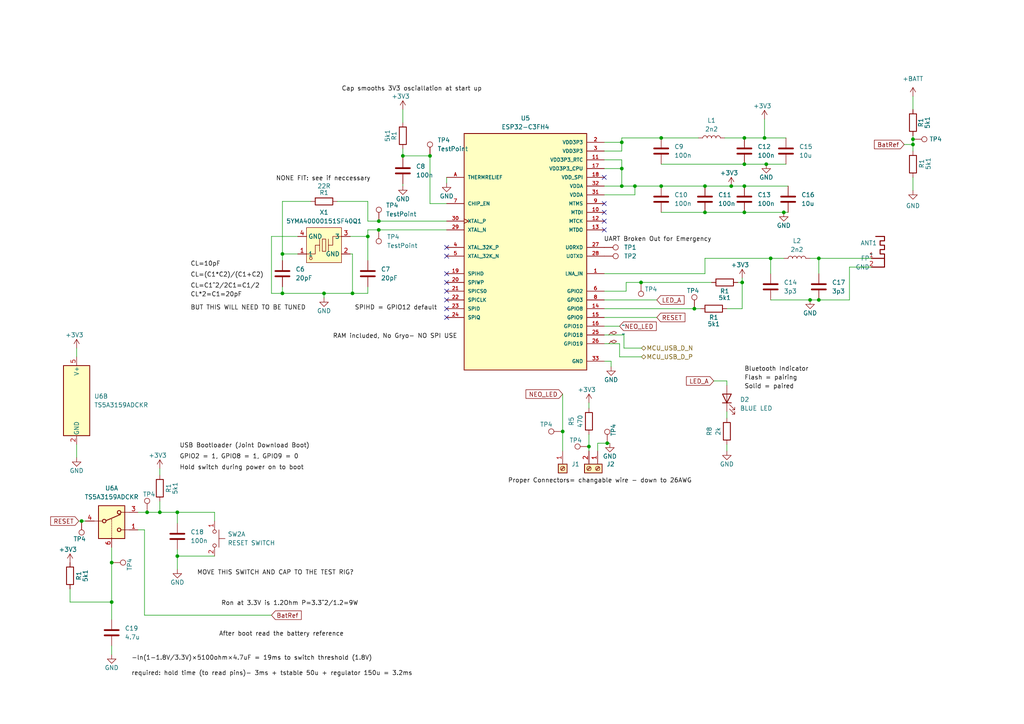
<source format=kicad_sch>
(kicad_sch (version 20230121) (generator eeschema)
  (paper "A4")
  (title_block (title "BLEEarrings (Blade Runner)") (date "2023-10-30") (rev "00.00") (company "Kitty and Dom"))
  (lib_symbols
    (symbol "Analog_Switch:TS5A3159ADCKR" (pin_names (offset 0.127))
      (property "Reference" "U" (at -3.175 4.699 0))
      (property "Value" "TS5A3159ADCKR" (at -3.175 2.921 0))
      (symbol "TS5A3159ADCKR_1_1"
        (rectangle (start -3.81 1.905) (end 3.81 -7.62) (stroke (width 0.254)) (fill (type background)))
        (circle (center -2.159 -2.54) (radius 0.508) (stroke (width 0.254)))
        (polyline (pts (xy -5.08 -2.54) (xy -2.794 -2.54)))
        (polyline (pts (xy -1.651 -2.413) (xy 2.54 -0.635)) (stroke (width 0.254)))
        (polyline (pts (xy 0 -7.62) (xy 0 -7.112)))
        (polyline (pts (xy 0 -6.858) (xy 0 -6.604)))
        (polyline (pts (xy 0 -6.35) (xy 0 -6.096)))
        (polyline (pts (xy 0 -5.842) (xy 0 -5.588)))
        (polyline (pts (xy 0 -5.334) (xy 0 -5.08)))
        (polyline (pts (xy 0 -4.826) (xy 0 -4.572)))
        (polyline (pts (xy 0 -4.318) (xy 0 -4.064)))
        (polyline (pts (xy 0 -3.81) (xy 0 -3.556)))
        (polyline (pts (xy 0 -3.302) (xy 0 -3.048)))
        (polyline (pts (xy 0 -2.794) (xy 0 -2.54)))
        (polyline (pts (xy 0 -2.286) (xy 0 -2.032)))
        (polyline (pts (xy 0 -2.286) (xy 0 -2.032)))
        (polyline (pts (xy 5.08 -5.08) (xy 2.794 -5.08)))
        (polyline (pts (xy 5.08 0) (xy 2.794 0)))
        (circle (center 2.159 -5.08) (radius 0.508) (stroke (width 0.254)))
        (circle (center 2.159 0) (radius 0.508) (stroke (width 0.254)))
        (pin passive line (at 7.62 -5.08 180) (length 2.54) (name "~") (number "1"))
        (pin passive line (at 7.62 0 180) (length 2.54) (name "~") (number "3"))
        (pin passive line (at -7.62 -2.54 0) (length 2.54) (name "~") (number "4"))
        (pin input line (at 0 -10.16 90) (length 2.54) (name "~") (number "6"))
      )
      (symbol "TS5A3159ADCKR_2_0"
        (pin power_in line (at 0 -12.7 90) (length 2.54) (name "GND") (number "2"))
        (pin power_in line (at 0 12.7 270) (length 2.54) (name "V+") (number "5"))
      )
      (symbol "TS5A3159ADCKR_2_1"
        (rectangle (start -3.81 10.16) (end 3.81 -10.16) (stroke (width 0.254)) (fill (type background)))
      )
    )
    (symbol "Connector:Screw_Terminal_01x01" (pin_names (offset 1.016) hide)
      (property "Reference" "J" (at 0 2.54 0))
      (property "Value" "Screw_Terminal_01x01" (at 0 -2.54 0))
      (symbol "Screw_Terminal_01x01_1_1"
        (rectangle (start -1.27 1.27) (end 1.27 -1.27) (stroke (width 0.254)) (fill (type background)))
        (polyline (pts (xy -0.5334 0.3302) (xy 0.3302 -0.508)) (stroke (width 0.1524)))
        (polyline (pts (xy -0.3556 0.508) (xy 0.508 -0.3302)) (stroke (width 0.1524)))
        (circle (center 0 0) (radius 0.635) (stroke (width 0.1524)))
        (pin passive line (at -5.08 0 0) (length 3.81) (name "Pin_1") (number "1"))
      )
    )
    (symbol "Connector:Screw_Terminal_01x02" (pin_names (offset 1.016) hide)
      (property "Reference" "J" (at 0 2.54 0))
      (property "Value" "Screw_Terminal_01x02" (at 0 -5.08 0))
      (symbol "Screw_Terminal_01x02_1_1"
        (rectangle (start -1.27 1.27) (end 1.27 -3.81) (stroke (width 0.254)) (fill (type background)))
        (circle (center 0 -2.54) (radius 0.635) (stroke (width 0.1524)))
        (polyline (pts (xy -0.5334 -2.2098) (xy 0.3302 -3.048)) (stroke (width 0.1524)))
        (polyline (pts (xy -0.5334 0.3302) (xy 0.3302 -0.508)) (stroke (width 0.1524)))
        (polyline (pts (xy -0.3556 -2.032) (xy 0.508 -2.8702)) (stroke (width 0.1524)))
        (polyline (pts (xy -0.3556 0.508) (xy 0.508 -0.3302)) (stroke (width 0.1524)))
        (circle (center 0 0) (radius 0.635) (stroke (width 0.1524)))
        (pin passive line (at -5.08 0 0) (length 3.81) (name "Pin_1") (number "1"))
        (pin passive line (at -5.08 -2.54 0) (length 3.81) (name "Pin_2") (number "2"))
      )
    )
    (symbol "Connector:TestPoint" (pin_numbers hide) (pin_names (offset 0.762) hide)
      (property "Reference" "TP" (at 0 6.858 0))
      (property "Value" "TestPoint" (at 0 5.08 0))
      (symbol "TestPoint_0_1"
        (circle (center 0 3.302) (radius 0.762))
      )
      (symbol "TestPoint_1_1"
        (pin passive line (at 0 0 90) (length 2.54) (name "1") (number "1"))
      )
    )
    (symbol "CustomPads:2.4GHz,_50Ohm_Antenna"
      (property "Reference" "ANT" (at 0 2.286 0))
      (symbol "2.4GHz,_50Ohm_Antenna_1_1"
        (polyline (pts (xy 0 -3.81) (xy 3.81 -3.81) (xy 3.81 -1.27) (xy 0 -1.27)) (stroke (width 0.3)))
        (polyline (pts (xy 1.27 5.08) (xy 3.81 5.08) (xy 3.81 3.81) (xy 2.54 3.81) (xy 2.54 2.54) (xy 3.81 2.54) (xy 3.81 1.27) (xy 2.54 1.27) (xy 2.54 0) (xy 3.81 0) (xy 3.81 -2.54)) (stroke (width 0.3)))
        (pin input line (at 0 -1.27 180) (length 0) (name "FP") (number "1"))
        (pin input line (at 0 -3.81 180) (length 0) (name "GND") (number "2"))
      )
    )
    (symbol "CustomPads:Matched_Impedance" (in_bom no) (on_board no)
      (symbol "Matched_Impedance_0_1"
        (polyline (pts (xy 0 0) (xy 0.508 0.508) (xy 1.016 0.508) (xy 1.27 0.254) (xy 1.778 0.254) (xy 2.032 0.508) (xy 2.286 0.508)))
        (polyline (pts (xy 0.508 0.762) (xy 0.508 0.762) (xy 1.016 0.762) (xy 1.27 1.016) (xy 1.778 1.016) (xy 2.032 0.762) (xy 2.286 0.762)))
      )
    )
    (symbol "CustomPads:TestPointImproved" (pin_numbers hide) (pin_names (offset 0.762) hide)
      (property "Reference" "TP" (at 0 5.08 0))
      (symbol "TestPointImproved_0_1"
        (circle (center 0 3.302) (radius 0.762))
      )
      (symbol "TestPointImproved_1_1"
        (pin passive line (at 0 0 90) (length 2.54) (name "1") (number "1"))
      )
    )
    (symbol "Device:C" (pin_numbers hide) (pin_names (offset 0.254))
      (property "Reference" "C" (at 0.635 2.54 0))
      (property "Value" "C" (at 0.635 -2.54 0))
      (symbol "C_0_1"
        (polyline (pts (xy -2.032 -0.762) (xy 2.032 -0.762)) (stroke (width 0.508)))
        (polyline (pts (xy -2.032 0.762) (xy 2.032 0.762)) (stroke (width 0.508)))
      )
      (symbol "C_1_1"
        (pin passive line (at 0 3.81 270) (length 2.794) (name "~") (number "1"))
        (pin passive line (at 0 -3.81 90) (length 2.794) (name "~") (number "2"))
      )
    )
    (symbol "Device:L" (pin_numbers hide) (pin_names (offset 1.016) hide)
      (property "Reference" "L" (at -1.27 0 90))
      (property "Value" "L" (at 1.905 0 90))
      (symbol "L_0_1"
        (arc (start 0 -2.54) (mid 0.6323 -1.905) (end 0 -1.27))
        (arc (start 0 -1.27) (mid 0.6323 -0.635) (end 0 0))
        (arc (start 0 0) (mid 0.6323 0.635) (end 0 1.27))
        (arc (start 0 1.27) (mid 0.6323 1.905) (end 0 2.54))
      )
      (symbol "L_1_1"
        (pin passive line (at 0 3.81 270) (length 1.27) (name "1") (number "1"))
        (pin passive line (at 0 -3.81 90) (length 1.27) (name "2") (number "2"))
      )
    )
    (symbol "Device:LED" (pin_numbers hide) (pin_names (offset 1.016) hide)
      (property "Reference" "D" (at 0 2.54 0))
      (property "Value" "LED" (at 0 -2.54 0))
      (symbol "LED_0_1"
        (polyline (pts (xy -1.27 -1.27) (xy -1.27 1.27)) (stroke (width 0.254)))
        (polyline (pts (xy -1.27 0) (xy 1.27 0)))
        (polyline (pts (xy 1.27 -1.27) (xy 1.27 1.27) (xy -1.27 0) (xy 1.27 -1.27)) (stroke (width 0.254)))
        (polyline (pts (xy -3.048 -0.762) (xy -4.572 -2.286) (xy -3.81 -2.286) (xy -4.572 -2.286) (xy -4.572 -1.524)))
        (polyline (pts (xy -1.778 -0.762) (xy -3.302 -2.286) (xy -2.54 -2.286) (xy -3.302 -2.286) (xy -3.302 -1.524)))
      )
      (symbol "LED_1_1"
        (pin passive line (at -3.81 0 0) (length 2.54) (name "K") (number "1"))
        (pin passive line (at 3.81 0 180) (length 2.54) (name "A") (number "2"))
      )
    )
    (symbol "Device:R" (pin_numbers hide) (pin_names (offset 0))
      (property "Reference" "R" (at 2.032 0 90))
      (property "Value" "R" (at 0 0 90))
      (symbol "R_0_1"
        (rectangle (start -1.016 -2.54) (end 1.016 2.54) (stroke (width 0.254)))
      )
      (symbol "R_1_1"
        (pin passive line (at 0 3.81 270) (length 1.27) (name "~") (number "1"))
        (pin passive line (at 0 -3.81 90) (length 1.27) (name "~") (number "2"))
      )
    )
    (symbol "Switch:SW_Push_Dual_x2" (pin_names (offset 1.016) hide)
      (property "Reference" "SW" (at 1.27 2.54 0))
      (property "Value" "SW_Push_Dual_x2" (at 0 -1.524 0))
      (symbol "SW_Push_Dual_x2_0_1"
        (circle (center -2.032 0) (radius 0.508))
        (polyline (pts (xy 0 1.27) (xy 0 3.048)))
        (polyline (pts (xy 2.54 1.27) (xy -2.54 1.27)))
        (circle (center 2.032 0) (radius 0.508))
      )
      (symbol "SW_Push_Dual_x2_1_1"
        (pin passive line (at -5.08 0 0) (length 2.54) (name "C") (number "1"))
        (pin passive line (at 5.08 0 180) (length 2.54) (name "D") (number "2"))
      )
      (symbol "SW_Push_Dual_x2_2_1"
        (pin passive line (at -5.08 0 0) (length 2.54) (name "C") (number "3"))
        (pin passive line (at 5.08 0 180) (length 2.54) (name "D") (number "4"))
      )
    )
    (symbol "easyeda2kicad:5YMA40000151SF40Q1"
      (property "Reference" "X" (at 0 7.62 0))
      (property "Value" "5YMA40000151SF40Q1" (at 0 -7.62 0))
      (symbol "5YMA40000151SF40Q1_0_1"
        (rectangle (start -5.08 5.08) (end 5.08 -5.08) (fill (type background)))
        (circle (center -3.81 -3.81) (radius 0.38))
        (rectangle (start -0.51 1.78) (end 0.51 -1.78) (fill (type background)))
        (polyline (pts (xy -1.27 -1.78) (xy -1.27 1.78)))
        (polyline (pts (xy 1.27 -1.78) (xy 1.27 1.78)))
        (polyline (pts (xy -5.08 -2.54) (xy -2.54 -2.54) (xy -2.54 0) (xy -1.27 0)))
        (polyline (pts (xy 5.08 2.54) (xy 2.54 2.54) (xy 2.54 0) (xy 1.27 0)))
        (pin input line (at -7.62 -2.54 0) (length 2.54) (name "1") (number "1"))
        (pin input line (at 7.62 -2.54 180) (length 2.54) (name "GND") (number "2"))
        (pin input line (at 7.62 2.54 180) (length 2.54) (name "3") (number "3"))
        (pin input line (at -7.62 2.54 0) (length 2.54) (name "GND") (number "4"))
      )
    )
    (symbol "easyeda2kicad:ESP32-C3FH4" (pin_names (offset 1.016))
      (property "Reference" "U5" (at 0 40.64 0))
      (property "Value" "ESP32-C3FH4" (at 0 38.1 0))
      (symbol "ESP32-C3FH4_0_0"
        (rectangle (start -17.78 35.56) (end 17.78 -33.02) (stroke (width 0.254)) (fill (type background)))
        (pin bidirectional line (at 22.86 -5.08 180) (length 5.08) (name "LNA_IN") (number "1"))
        (pin bidirectional line (at 22.86 12.7 180) (length 5.08) (name "MTDI") (number "10"))
        (pin power_in line (at 22.86 27.94 180) (length 5.08) (name "VDD3P3_RTC") (number "11"))
        (pin bidirectional line (at 22.86 10.16 180) (length 5.08) (name "MTCK") (number "12"))
        (pin bidirectional line (at 22.86 7.62 180) (length 5.08) (name "MTDO") (number "13"))
        (pin bidirectional line (at 22.86 -15.24 180) (length 5.08) (name "GPIO8") (number "14"))
        (pin bidirectional line (at 22.86 -17.78 180) (length 5.08) (name "GPIO9") (number "15"))
        (pin bidirectional line (at 22.86 -20.32 180) (length 5.08) (name "GPIO10") (number "16"))
        (pin power_in line (at 22.86 25.4 180) (length 5.08) (name "VDD3P3_CPU") (number "17"))
        (pin power_in line (at 22.86 22.86 180) (length 5.08) (name "VDD_SPI") (number "18"))
        (pin bidirectional line (at -22.86 -5.08 0) (length 5.08) (name "SPIHD") (number "19"))
        (pin power_in line (at 22.86 33.02 180) (length 5.08) (name "VDD3P3") (number "2"))
        (pin bidirectional line (at -22.86 -7.62 0) (length 5.08) (name "SPIWP") (number "20"))
        (pin bidirectional line (at -22.86 -10.16 0) (length 5.08) (name "SPICS0") (number "21"))
        (pin bidirectional line (at -22.86 -12.7 0) (length 5.08) (name "SPICLK") (number "22"))
        (pin bidirectional line (at -22.86 -15.24 0) (length 5.08) (name "SPID") (number "23"))
        (pin bidirectional line (at -22.86 -17.78 0) (length 5.08) (name "SPIQ") (number "24"))
        (pin bidirectional line (at 22.86 -22.86 180) (length 5.08) (name "GPIO18") (number "25"))
        (pin bidirectional line (at 22.86 -25.4 180) (length 5.08) (name "GPIO19") (number "26"))
        (pin bidirectional line (at 22.86 2.54 180) (length 5.08) (name "U0RXD") (number "27"))
        (pin bidirectional line (at 22.86 0 180) (length 5.08) (name "U0TXD") (number "28"))
        (pin output line (at -22.86 7.62 0) (length 5.08) (name "XTAL_N") (number "29"))
        (pin power_in line (at 22.86 30.48 180) (length 5.08) (name "VDD3P3") (number "3"))
        (pin input clock (at -22.86 10.16 0) (length 5.08) (name "XTAL_P") (number "30"))
        (pin power_in line (at 22.86 17.78 180) (length 5.08) (name "VDDA") (number "31"))
        (pin power_in line (at 22.86 20.32 180) (length 5.08) (name "VDDA") (number "32"))
        (pin power_in line (at 22.86 -30.48 180) (length 5.08) (name "GND") (number "33"))
        (pin bidirectional line (at -22.86 2.54 0) (length 5.08) (name "XTAL_32K_P") (number "4"))
        (pin bidirectional line (at -22.86 0 0) (length 5.08) (name "XTAL_32K_N") (number "5"))
        (pin bidirectional line (at 22.86 -10.16 180) (length 5.08) (name "GPIO2") (number "6"))
        (pin input line (at -22.86 15.24 0) (length 5.08) (name "CHIP_EN") (number "7"))
        (pin bidirectional line (at 22.86 -12.7 180) (length 5.08) (name "GPIO3") (number "8"))
        (pin bidirectional line (at 22.86 15.24 180) (length 5.08) (name "MTMS") (number "9"))
      )
      (symbol "ESP32-C3FH4_1_0"
        (pin input line (at -22.86 22.86 0) (length 5.08) (name "THERMRELIEF") (number "A"))
      )
    )
    (symbol "power:+3V3" (power) (pin_names (offset 0))
      (property "Value" "+3V3" (at 0 3.556 0))
      (symbol "+3V3_0_1"
        (polyline (pts (xy -0.762 1.27) (xy 0 2.54)))
        (polyline (pts (xy 0 0) (xy 0 2.54)))
        (polyline (pts (xy 0 2.54) (xy 0.762 1.27)))
      )
      (symbol "+3V3_1_1"
        (pin power_in line (at 0 0 90) (length 0) hide (name "+3V3") (number "1"))
      )
    )
    (symbol "power:+BATT" (power) (pin_names (offset 0))
      (property "Value" "+BATT" (at 0 3.556 0))
      (symbol "+BATT_0_1"
        (polyline (pts (xy -0.762 1.27) (xy 0 2.54)))
        (polyline (pts (xy 0 0) (xy 0 2.54)))
        (polyline (pts (xy 0 2.54) (xy 0.762 1.27)))
      )
      (symbol "+BATT_1_1"
        (pin power_in line (at 0 0 90) (length 0) hide (name "+BATT") (number "1"))
      )
    )
    (symbol "power:GND" (power) (pin_names (offset 0))
      (property "Value" "GND" (at 0 -3.81 0))
      (symbol "GND_0_1"
        (polyline (pts (xy 0 0) (xy 0 -1.27) (xy 1.27 -1.27) (xy 0 -2.54) (xy -1.27 -1.27) (xy 0 -1.27)))
      )
      (symbol "GND_1_1"
        (pin power_in line (at 0 0 270) (length 0) hide (name "GND") (number "1"))
      )
    )
  )
  (junction (at 180.34 48.895))
  (junction (at 23.6728 151.13))
  (junction (at 227.33 61.595))
  (junction (at 222.25 47.625))
  (junction (at 191.77 53.975))
  (junction (at 221.742 40.005))
  (junction (at 102.235 85.09))
  (junction (at 32.385 174.625))
  (junction (at 184.15 53.975))
  (junction (at 116.84 45.212))
  (junction (at 46.355 148.59))
  (junction (at 51.435 148.59))
  (junction (at 185.928 81.915))
  (junction (at 234.95 86.995))
  (junction (at 215.9 53.975))
  (junction (at 264.795 40.386))
  (junction (at 180.34 53.975))
  (junction (at 237.49 86.995))
  (junction (at 109.855 66.675))
  (junction (at 51.435 161.29))
  (junction (at 204.47 53.975))
  (junction (at 180.34 41.275))
  (junction (at 201.3966 89.535))
  (junction (at 124.714 45.212))
  (junction (at 215.9 40.005))
  (junction (at 163.195 125.1458))
  (junction (at 204.47 61.595))
  (junction (at 93.98 85.09))
  (junction (at 264.795 41.91))
  (junction (at 176.1236 128.5494))
  (junction (at 81.915 73.66))
  (junction (at 81.915 85.09))
  (junction (at 106.68 68.58))
  (junction (at 237.49 74.93))
  (junction (at 223.52 74.93))
  (junction (at 109.8804 64.135))
  (junction (at 170.815 129.5146))
  (junction (at 215.9 47.625))
  (junction (at 215.265 81.915))
  (junction (at 191.77 40.005))
  (junction (at 32.385 163.1696))
  (junction (at 42.672 148.59))
  (junction (at 215.9 61.595))
  (junction (at 212.09 53.975))
  (no_connect (at 175.26 66.675))
  (no_connect (at 129.54 71.755))
  (no_connect (at 175.26 51.435))
  (no_connect (at 129.54 89.535))
  (no_connect (at 129.54 86.995))
  (no_connect (at 129.54 84.455))
  (no_connect (at 129.54 81.915))
  (no_connect (at 129.54 92.075))
  (no_connect (at 129.54 79.375))
  (no_connect (at 129.54 74.295))
  (no_connect (at 175.26 59.055))
  (no_connect (at 175.26 64.135))
  (no_connect (at 175.26 61.595))
  (wire (pts (xy 191.77 40.005) (xy 202.565 40.005)))
  (wire (pts (xy 40.005 148.59) (xy 42.672 148.59)))
  (wire (pts (xy 20.32 170.815) (xy 20.32 174.625)))
  (wire (pts (xy 124.714 45.212) (xy 124.714 59.055)))
  (wire (pts (xy 184.15 53.975) (xy 184.15 56.515)))
  (wire (pts (xy 129.54 51.435) (xy 129.54 53.086)))
  (wire (pts (xy 237.49 74.93) (xy 252.73 74.93)))
  (wire (pts (xy 106.68 64.135) (xy 109.8804 64.135)))
  (wire (pts (xy 22.225 100.965) (xy 22.225 103.505)))
  (wire (pts (xy 116.84 31.75) (xy 116.84 35.56)))
  (wire (pts (xy 221.742 40.005) (xy 227.965 40.005)))
  (wire (pts (xy 191.77 61.595) (xy 204.47 61.595)))
  (wire (pts (xy 97.79 58.42) (xy 106.68 58.42)))
  (wire (pts (xy 124.714 59.055) (xy 129.54 59.055)))
  (wire (pts (xy 129.54 66.675) (xy 109.855 66.675)))
  (wire (pts (xy 175.26 92.075) (xy 190.5 92.075)))
  (wire (pts (xy 22.225 128.905) (xy 22.225 132.715)))
  (wire (pts (xy 234.95 74.93) (xy 237.49 74.93)))
  (wire (pts (xy 204.47 74.93) (xy 223.52 74.93)))
  (wire (pts (xy 212.09 53.975) (xy 215.9 53.975)))
  (wire (pts (xy 23.6728 151.13) (xy 24.765 151.13)))
  (wire (pts (xy 176.8856 128.5494) (xy 176.1236 128.5494)))
  (wire (pts (xy 186.055 103.505) (xy 179.705 103.505)))
  (wire (pts (xy 81.915 58.42) (xy 81.915 73.66)))
  (wire (pts (xy 180.975 97.155) (xy 175.26 97.155)))
  (wire (pts (xy 109.8804 64.135) (xy 129.54 64.135)))
  (wire (pts (xy 264.795 40.386) (xy 264.795 41.91)))
  (wire (pts (xy 175.26 89.535) (xy 201.3966 89.535)))
  (wire (pts (xy 51.435 159.385) (xy 51.435 161.29)))
  (wire (pts (xy 106.68 58.42) (xy 106.68 64.135)))
  (wire (pts (xy 116.84 43.18) (xy 116.84 45.212)))
  (wire (pts (xy 81.915 73.66) (xy 81.915 75.565)))
  (wire (pts (xy 264.795 39.37) (xy 264.795 40.386)))
  (wire (pts (xy 191.77 47.625) (xy 215.9 47.625)))
  (wire (pts (xy 175.26 43.815) (xy 180.34 43.815)))
  (wire (pts (xy 170.815 116.84) (xy 170.815 118.3894)))
  (wire (pts (xy 51.435 161.29) (xy 51.435 165.1)))
  (wire (pts (xy 62.23 148.59) (xy 51.435 148.59)))
  (wire (pts (xy 204.47 61.595) (xy 215.9 61.595)))
  (wire (pts (xy 180.975 100.965) (xy 180.975 97.155)))
  (wire (pts (xy 81.915 83.185) (xy 81.915 85.09)))
  (wire (pts (xy 215.9 53.975) (xy 228.6 53.975)))
  (wire (pts (xy 210.185 40.005) (xy 215.9 40.005)))
  (wire (pts (xy 215.265 80.645) (xy 215.265 81.915)))
  (wire (pts (xy 78.74 85.09) (xy 81.915 85.09)))
  (wire (pts (xy 42.672 148.59) (xy 46.355 148.59)))
  (wire (pts (xy 116.84 45.212) (xy 124.714 45.212)))
  (wire (pts (xy 40.005 153.67) (xy 41.91 153.67)))
  (wire (pts (xy 106.68 66.675) (xy 106.68 68.58)))
  (wire (pts (xy 227.33 61.595) (xy 228.6 61.595)))
  (wire (pts (xy 163.195 125.1458) (xy 163.195 130.81)))
  (wire (pts (xy 210.82 119.38) (xy 210.82 121.285)))
  (wire (pts (xy 93.98 85.09) (xy 102.235 85.09)))
  (wire (pts (xy 175.26 41.275) (xy 180.34 41.275)))
  (wire (pts (xy 93.98 86.36) (xy 93.98 85.09)))
  (wire (pts (xy 221.742 34.544) (xy 221.742 40.005)))
  (wire (pts (xy 201.3966 89.535) (xy 203.2 89.535)))
  (wire (pts (xy 81.915 85.09) (xy 93.98 85.09)))
  (wire (pts (xy 190.5 86.995) (xy 175.26 86.995)))
  (wire (pts (xy 32.385 187.325) (xy 32.385 189.865)))
  (wire (pts (xy 20.32 174.625) (xy 32.385 174.625)))
  (wire (pts (xy 264.795 27.94) (xy 264.795 31.75)))
  (wire (pts (xy 181.61 81.915) (xy 181.61 84.455)))
  (wire (pts (xy 78.74 68.58) (xy 86.36 68.58)))
  (wire (pts (xy 181.61 81.915) (xy 185.928 81.915)))
  (wire (pts (xy 223.52 74.93) (xy 223.52 79.375)))
  (wire (pts (xy 81.915 73.66) (xy 86.36 73.66)))
  (wire (pts (xy 51.435 151.765) (xy 51.435 148.59)))
  (wire (pts (xy 262.255 41.91) (xy 264.795 41.91)))
  (wire (pts (xy 41.91 178.435) (xy 78.74 178.435)))
  (wire (pts (xy 180.34 48.895) (xy 180.34 53.975)))
  (wire (pts (xy 175.26 48.895) (xy 180.34 48.895)))
  (wire (pts (xy 180.34 46.355) (xy 180.34 48.895)))
  (wire (pts (xy 207.01 110.49) (xy 210.82 110.49)))
  (wire (pts (xy 234.95 86.995) (xy 237.49 86.995)))
  (wire (pts (xy 170.815 129.5146) (xy 170.815 130.81)))
  (wire (pts (xy 177.2412 106.3498) (xy 177.2412 104.775)))
  (wire (pts (xy 246.38 77.47) (xy 252.73 77.47)))
  (wire (pts (xy 223.52 86.995) (xy 234.95 86.995)))
  (wire (pts (xy 101.6 73.66) (xy 102.235 73.66)))
  (wire (pts (xy 213.995 81.915) (xy 215.265 81.915)))
  (wire (pts (xy 186.055 100.965) (xy 180.975 100.965)))
  (wire (pts (xy 106.68 85.09) (xy 102.235 85.09)))
  (wire (pts (xy 179.705 103.505) (xy 179.705 99.695)))
  (wire (pts (xy 81.915 58.42) (xy 90.17 58.42)))
  (wire (pts (xy 46.355 145.415) (xy 46.355 148.59)))
  (wire (pts (xy 237.49 74.93) (xy 237.49 79.375)))
  (wire (pts (xy 180.34 53.975) (xy 184.15 53.975)))
  (wire (pts (xy 215.265 81.915) (xy 215.265 89.535)))
  (wire (pts (xy 173.355 128.5494) (xy 173.355 130.81)))
  (wire (pts (xy 116.84 45.212) (xy 116.84 45.72)))
  (wire (pts (xy 191.77 53.975) (xy 204.47 53.975)))
  (wire (pts (xy 62.23 161.29) (xy 51.435 161.29)))
  (wire (pts (xy 215.9 40.005) (xy 221.742 40.005)))
  (wire (pts (xy 210.82 89.535) (xy 215.265 89.535)))
  (wire (pts (xy 185.928 81.915) (xy 206.375 81.915)))
  (wire (pts (xy 246.38 86.995) (xy 237.49 86.995)))
  (wire (pts (xy 204.47 53.975) (xy 212.09 53.975)))
  (wire (pts (xy 32.385 174.625) (xy 32.385 179.705)))
  (wire (pts (xy 106.68 68.58) (xy 101.6 68.58)))
  (wire (pts (xy 180.34 41.275) (xy 180.34 43.815)))
  (wire (pts (xy 175.26 53.975) (xy 180.34 53.975)))
  (wire (pts (xy 180.34 40.005) (xy 180.34 41.275)))
  (wire (pts (xy 191.77 53.975) (xy 184.15 53.975)))
  (wire (pts (xy 191.77 40.005) (xy 180.34 40.005)))
  (wire (pts (xy 204.47 79.375) (xy 204.47 74.93)))
  (wire (pts (xy 175.26 104.775) (xy 177.2412 104.775)))
  (wire (pts (xy 78.74 68.58) (xy 78.74 85.09)))
  (wire (pts (xy 184.15 56.515) (xy 175.26 56.515)))
  (wire (pts (xy 170.815 126.0094) (xy 170.815 129.5146)))
  (wire (pts (xy 222.25 47.625) (xy 227.965 47.625)))
  (wire (pts (xy 210.82 128.905) (xy 210.82 130.81)))
  (wire (pts (xy 175.26 46.355) (xy 180.34 46.355)))
  (wire (pts (xy 246.38 77.47) (xy 246.38 86.995)))
  (wire (pts (xy 175.26 84.455) (xy 181.61 84.455)))
  (wire (pts (xy 32.385 163.1696) (xy 32.385 174.625)))
  (wire (pts (xy 223.52 74.93) (xy 227.33 74.93)))
  (wire (pts (xy 116.84 53.34) (xy 116.84 53.8988)))
  (wire (pts (xy 215.9 61.595) (xy 227.33 61.595)))
  (wire (pts (xy 264.795 51.435) (xy 264.795 55.245)))
  (wire (pts (xy 22.86 151.13) (xy 23.6728 151.13)))
  (wire (pts (xy 163.195 114.3) (xy 163.195 125.1458)))
  (wire (pts (xy 32.385 158.75) (xy 32.385 163.1696)))
  (wire (pts (xy 210.82 110.49) (xy 210.82 111.76)))
  (wire (pts (xy 176.1236 128.5494) (xy 173.355 128.5494)))
  (wire (pts (xy 215.9 47.625) (xy 222.25 47.625)))
  (wire (pts (xy 109.855 66.675) (xy 106.68 66.675)))
  (wire (pts (xy 62.23 148.59) (xy 62.23 151.13)))
  (wire (pts (xy 106.68 75.565) (xy 106.68 68.58)))
  (wire (pts (xy 106.68 85.09) (xy 106.68 83.185)))
  (wire (pts (xy 179.705 94.615) (xy 175.26 94.615)))
  (wire (pts (xy 102.235 73.66) (xy 102.235 85.09)))
  (wire (pts (xy 41.91 153.67) (xy 41.91 178.435)))
  (wire (pts (xy 175.26 79.375) (xy 204.47 79.375)))
  (wire (pts (xy 264.795 41.91) (xy 264.795 43.815)))
  (wire (pts (xy 46.355 135.89) (xy 46.355 137.795)))
  (wire (pts (xy 46.355 148.59) (xy 51.435 148.59)))
  (wire (pts (xy 179.705 99.695) (xy 175.26 99.695)))
  (label "GPIO2 = 1, GPIO8 = 1, GPIO9 = 0" (at 52.07 133.35 0))
  (label "required: hold time (to read pins)- 3ms + tstable 50u + regulator 150u = 3.2ms" (at 38.1 196.215 0))
  (label "−ln(1−1.8V{slash}3.3V)×5100ohm×4.7uF = 19ms to switch threshold (1.8V)" (at 38.1 191.77 0))
  (label "CL=C1^2{slash}2C1=C1{slash}2" (at 55.245 83.82 0))
  (label "Cap smooths 3V3 osciallation at start up" (at 99.06 26.67 0))
  (label "Ron at 3.3V is 1.2Ohm P=3.3^2{slash}1.2=9W" (at 64.135 175.895 0))
  (label "UART Broken Out for Emergency" (at 175.133 70.3072 0))
  (label "Hold switch during power on to boot" (at 52.07 136.525 0))
  (label "After boot read the battery reference" (at 63.5 184.785 0))
  (label "SPIHD = GPIO12 default" (at 102.87 90.17 0))
  (label "USB Bootloader (Joint Download Boot)" (at 52.07 130.175 0))
  (label "CL=(C1*C2){slash}(C1+C2)" (at 55.245 80.645 0))
  (label "Solid = paired" (at 215.9 113.03 0))
  (label "Proper Connectors= changable wire - down to 26AWG" (at 147.32 140.335 0))
  (label "CL*2=C1=20pF" (at 55.245 86.36 0))
  (label "CL=10pF" (at 55.245 77.47 0))
  (label "MOVE THIS SWITCH AND CAP TO THE TEST RIG?" (at 57.15 167.005 0))
  (label "NONE FIT: see if neccessary" (at 80.01 52.705 0))
  (label "BUT THIS WILL NEED TO BE TUNED" (at 55.245 90.17 0))
  (label "RAM included, No Gryo- NO SPI USE" (at 96.52 98.425 0))
  (label "Flash = pairing" (at 215.9 110.49 0))
  (label "Bluetooth Indicator" (at 215.9 107.95 0))
  (global_label "RESET" (shape input) (at 190.5 92.075 0) (property "Intersheetrefs" "${INTERSHEET_REFS}" (effects hide)))
  (global_label "BatRef" (shape input) (at 262.255 41.91 180) (property "Intersheetrefs" "${INTERSHEET_REFS}" (effects hide)))
  (global_label "LED_A" (shape input) (at 207.01 110.49 180) (property "Intersheetrefs" "${INTERSHEET_REFS}" (effects hide)))
  (global_label "RESET" (shape input) (at 22.86 151.13 180) (property "Intersheetrefs" "${INTERSHEET_REFS}" (effects hide)))
  (global_label "NEO_LED" (shape input) (at 179.705 94.615 0) (property "Intersheetrefs" "${INTERSHEET_REFS}" (effects hide)))
  (global_label "NEO_LED" (shape input) (at 163.195 114.3 180) (property "Intersheetrefs" "${INTERSHEET_REFS}" (effects hide)))
  (global_label "LED_A" (shape input) (at 190.5 86.995 0) (property "Intersheetrefs" "${INTERSHEET_REFS}" (effects hide)))
  (global_label "BatRef" (shape input) (at 78.74 178.435 0) (property "Intersheetrefs" "${INTERSHEET_REFS}" (effects hide)))
  (hierarchical_label "MCU_USB_D_N" (shape bidirectional) (at 186.055 100.965 0))
  (hierarchical_label "MCU_USB_D_P" (shape bidirectional) (at 186.055 103.505 0))
  (symbol (lib_id "power:GND") (at 234.95 86.995 0) (unit 1)
    (property "Reference" "#PWR025" (effects hide))
    (property "Value" "GND" (at 234.95 90.805 0))
  )
  (symbol (lib_id "Device:C") (at 191.77 57.785 0) (unit 1)
    (property "Reference" "C10" (at 195.58 56.515 0) (effects (justify left)))
    (property "Value" "100n" (at 195.58 59.055 0) (effects (justify left)))
    (property "Footprint" "Capacitor_SMD:C_0402_1005Metric_Pad0.74x0.62mm_HandSolder" (effects hide))
  )
  (symbol (lib_id "easyeda2kicad:5YMA40000151SF40Q1") (at 93.98 71.12 0) (unit 1)
    (property "Reference" "X1" (at 93.98 61.595 0))
    (property "Value" "5YMA40000151SF40Q1" (at 93.98 64.135 0))
    (property "Footprint" "easyeda2kicad:CRYSTAL-SMD_4P-L3.2-W2.5-BL" (effects hide))
    (property "LCSC Part" "C3003278" (effects hide))
  )
  (symbol (lib_id "power:+3V3") (at 170.815 116.84 0) (unit 1)
    (property "Reference" "#PWR016" (effects hide))
    (property "Value" "+3V3" (at 170.18 113.03 0))
  )
  (symbol (lib_id "Device:C") (at 223.52 83.185 0) (unit 1)
    (property "Reference" "C14" (at 227.33 81.915 0) (effects (justify left)))
    (property "Value" "3p3" (at 227.33 84.455 0) (effects (justify left)))
    (property "Footprint" "Capacitor_SMD:C_0402_1005Metric_Pad0.74x0.62mm_HandSolder" (effects hide))
  )
  (symbol (lib_id "power:GND") (at 264.795 55.245 0) (unit 1)
    (property "Reference" "#PWR027" (effects hide))
    (property "Value" "GND" (at 264.795 59.69 0))
  )
  (symbol (lib_id "easyeda2kicad:ESP32-C3FH4") (at 152.4 74.295 0) (unit 1)
    (property "Reference" "U5" (at 152.4 34.29 0))
    (property "Value" "ESP32-C3FH4" (at 152.4 36.83 0))
    (property "Footprint" "easyeda2kicad:QFN-32_L5.0-W5.0-P0.50-TL-EP3.7" (effects hide))
    (property "MF" "Espressif Systems" (effects hide))
    (property "MAXIMUM_PACKAGE_HEIGHT" "0.9mm" (effects hide))
    (property "Package" "VFQFN-32 Espressif Systems" (effects hide))
    (property "Price" "None" (effects hide))
    (property "Check_prices" "https://www.snapeda.com/parts/ESP32-C3FH4/Espressif+Systems/view-part/?ref=eda" (effects hide))
    (property "STANDARD" "IPC 7351B" (effects hide))
    (property "PARTREV" "V1.0" (effects hide))
    (property "SnapEDA_Link" "https://www.snapeda.com/parts/ESP32-C3FH4/Espressif+Systems/view-part/?ref=snap" (effects hide))
    (property "MP" "ESP32-C3FH4" (effects hide))
    (property "Purchase-URL" "https://www.snapeda.com/api/url_track_click_mouser/?unipart_id=5881917&manufacturer=Espressif Systems&part_name=ESP32-C3FH4&search_term=esp32-c3fh4" (effects hide))
    (property "Description" "\nBluetooth, WiFi 802.11b/g/n, Bluetooth v5.0 Transceiver Module 2.402GHz ~ 2.48GHz Antenna Not Included Surface Mount\n" (effects hide))
    (property "Availability" "In Stock" (effects hide))
    (property "MANUFACTURER" "Espressif" (effects hide))
  )
  (symbol (lib_id "Device:C") (at 204.47 57.785 0) (unit 1)
    (property "Reference" "C11" (at 208.28 56.515 0) (effects (justify left)))
    (property "Value" "100n" (at 208.28 59.055 0) (effects (justify left)))
    (property "Footprint" "Capacitor_SMD:C_0402_1005Metric_Pad0.74x0.62mm_HandSolder" (effects hide))
  )
  (symbol (lib_id "Device:C") (at 237.49 83.185 0) (unit 1)
    (property "Reference" "C17" (at 241.3 81.915 0) (effects (justify left)))
    (property "Value" "3p3" (at 241.3 84.455 0) (effects (justify left)))
    (property "Footprint" "Capacitor_SMD:C_0402_1005Metric_Pad0.74x0.62mm_HandSolder" (effects hide))
  )
  (symbol (lib_id "Device:C") (at 215.9 43.815 0) (unit 1)
    (property "Reference" "C12" (at 219.71 42.545 0) (effects (justify left)))
    (property "Value" "100n" (at 219.71 45.085 0) (effects (justify left)))
    (property "Footprint" "Capacitor_SMD:C_0402_1005Metric_Pad0.74x0.62mm_HandSolder" (effects hide))
  )
  (symbol (lib_id "Device:C") (at 116.84 49.53 0) (unit 1)
    (property "Reference" "C8" (at 120.65 48.26 0) (effects (justify left)))
    (property "Value" "100n" (at 120.65 50.8 0) (effects (justify left)))
    (property "Footprint" "Capacitor_SMD:C_0402_1005Metric_Pad0.74x0.62mm_HandSolder" (effects hide))
  )
  (symbol (lib_id "Device:R") (at 20.32 167.005 180) (unit 1)
    (property "Reference" "R1" (at 22.86 167.005 90))
    (property "Value" "5k1" (at 24.765 167.005 90))
    (property "Footprint" "Resistor_SMD:R_0402_1005Metric_Pad0.72x0.64mm_HandSolder" (effects hide))
    (instances (project "BLEEarrings" (path "" (reference "R1") (unit 1)) (path "" (reference "R1") (unit 1)) (path "" (reference "R16") (unit 1))))
  )
  (symbol (lib_id "Connector:TestPoint") (at 109.8804 64.135 0) (unit 1)
    (property "Reference" "TP4" (at 111.9124 59.563 0) (effects (justify left)))
    (property "Value" "TestPoint" (at 111.9124 62.103 0) (effects (justify left)))
    (property "Footprint" "TestPoint:TestPoint_Pad_D1.0mm" (effects hide))
    (instances (project "BLEEarrings" (path "" (reference "TP4") (unit 1)) (path "" (reference "TP5") (unit 1)) (path "" (reference "TP7") (unit 1))))
  )
  (symbol (lib_id "Device:R") (at 264.795 47.625 180) (unit 1)
    (property "Reference" "R1" (at 267.335 47.4726 90))
    (property "Value" "5k1" (at 269.24 47.4726 90))
    (property "Footprint" "Resistor_SMD:R_0402_1005Metric_Pad0.72x0.64mm_HandSolder" (effects hide))
    (instances (project "BLEEarrings" (path "" (reference "R1") (unit 1)) (path "" (reference "R1") (unit 1)) (path "" (reference "R14") (unit 1))))
  )
  (symbol (lib_id "Device:C") (at 191.77 43.815 0) (unit 1)
    (property "Reference" "C9" (at 195.58 42.545 0) (effects (justify left)))
    (property "Value" "100n" (at 195.58 45.085 0) (effects (justify left)))
    (property "Footprint" "Capacitor_SMD:C_0402_1005Metric_Pad0.74x0.62mm_HandSolder" (effects hide))
  )
  (symbol (lib_id "CustomPads:2.4GHz,_50Ohm_Antenna") (at 252.73 73.66 0) (unit 1)
    (property "Reference" "ANT1" (at 249.555 70.485 0) (effects (justify left)))
    (property "Value" "~" (at 252.73 73.66 0))
    (property "Footprint" "RF_Antenna:Texas_SWRA117D_2.4GHz_Right" (effects hide))
  )
  (symbol (lib_id "power:+3V3") (at 22.225 100.965 0) (unit 1)
    (property "Reference" "#PWR032" (effects hide))
    (property "Value" "+3V3" (at 21.59 97.155 0))
  )
  (symbol (lib_id "Connector:TestPoint") (at 163.195 125.1458 90) (unit 1)
    (property "Reference" "TP4" (at 158.4452 123.1138 90))
    (property "Value" "TestPoint" (effects hide))
    (property "Footprint" "TestPoint:TestPoint_Pad_D1.0mm" (effects hide))
    (instances (project "BLEEarrings" (path "" (reference "TP4") (unit 1)) (path "" (reference "TP5") (unit 1)) (path "" (reference "TP10") (unit 1))))
  )
  (symbol (lib_id "Device:R") (at 207.01 89.535 90) (unit 1)
    (property "Reference" "R1" (at 207.01 92.075 90))
    (property "Value" "5k1" (at 207.01 93.98 90))
    (property "Footprint" "Resistor_SMD:R_0402_1005Metric_Pad0.72x0.64mm_HandSolder" (effects hide))
    (instances (project "BLEEarrings" (path "" (reference "R1") (unit 1)) (path "" (reference "R1") (unit 1)) (path "" (reference "R10") (unit 1))))
  )
  (symbol (lib_id "Device:C") (at 32.385 183.515 0) (unit 1)
    (property "Reference" "C19" (at 36.195 182.245 0) (effects (justify left)))
    (property "Value" "4.7u" (at 36.195 184.785 0) (effects (justify left)))
    (property "Footprint" "Capacitor_SMD:C_0402_1005Metric_Pad0.74x0.62mm_HandSolder" (effects hide))
  )
  (symbol (lib_id "Device:C") (at 227.965 43.815 0) (unit 1)
    (property "Reference" "C15" (at 231.775 42.545 0) (effects (justify left)))
    (property "Value" "10u" (at 231.775 45.085 0) (effects (justify left)))
    (property "Footprint" "Capacitor_SMD:C_0402_1005Metric_Pad0.74x0.62mm_HandSolder" (effects hide))
  )
  (symbol (lib_id "power:+3V3") (at 212.09 53.975 0) (unit 1)
    (property "Reference" "#PWR021" (effects hide))
    (property "Value" "+3V3" (at 211.455 50.165 0))
  )
  (symbol (lib_id "Device:R") (at 46.355 141.605 180) (unit 1)
    (property "Reference" "R1" (at 48.895 141.605 90))
    (property "Value" "5k1" (at 50.8 141.605 90))
    (property "Footprint" "Resistor_SMD:R_0402_1005Metric_Pad0.72x0.64mm_HandSolder" (effects hide))
    (instances (project "BLEEarrings" (path "" (reference "R1") (unit 1)) (path "" (reference "R1") (unit 1)) (path "" (reference "R15") (unit 1))))
  )
  (symbol (lib_id "power:+3V3") (at 215.265 80.645 0) (unit 1)
    (property "Reference" "#PWR019" (effects hide))
    (property "Value" "+3V3" (at 214.63 76.835 0))
  )
  (symbol (lib_id "Connector:TestPoint") (at 170.815 129.5146 90) (unit 1)
    (property "Reference" "TP4" (at 166.9796 127.7112 90))
    (property "Value" "TestPoint" (effects hide))
    (property "Footprint" "TestPoint:TestPoint_Pad_D1.0mm" (effects hide))
    (instances (project "BLEEarrings" (path "" (reference "TP4") (unit 1)) (path "" (reference "TP5") (unit 1)) (path "" (reference "TP11") (unit 1))))
  )
  (symbol (lib_id "power:GND") (at 32.385 189.865 0) (unit 1)
    (property "Reference" "#PWR030" (effects hide))
    (property "Value" "GND" (at 32.385 193.675 0))
  )
  (symbol (lib_id "Connector:TestPoint") (at 264.795 40.386 270) (unit 1)
    (property "Reference" "TP4" (at 269.5448 40.3606 90) (effects (justify left)))
    (property "Value" "TestPoint" (effects hide))
    (property "Footprint" "TestPoint:TestPoint_Pad_D1.0mm" (effects hide))
    (instances (project "BLEEarrings" (path "" (reference "TP4") (unit 1)) (path "" (reference "TP5") (unit 1)) (path "" (reference "TP9") (unit 1))))
  )
  (symbol (lib_id "Device:C") (at 106.68 79.375 0) (unit 1)
    (property "Reference" "C7" (at 110.49 78.105 0) (effects (justify left)))
    (property "Value" "20pF" (at 110.49 80.645 0) (effects (justify left)))
    (property "Footprint" "Capacitor_SMD:C_0402_1005Metric_Pad0.74x0.62mm_HandSolder" (effects hide))
  )
  (symbol (lib_id "power:+BATT") (at 264.795 27.94 0) (unit 1)
    (property "Reference" "#PWR026" (effects hide))
    (property "Value" "+BATT" (at 264.795 22.86 0))
  )
  (symbol (lib_id "Connector:TestPoint") (at 32.385 163.1696 270) (unit 1)
    (property "Reference" "TP4" (at 37.592 165.5826 0) (effects (justify right)))
    (property "Value" "TestPoint" (effects hide))
    (property "Footprint" "TestPoint:TestPoint_Pad_D1.0mm" (effects hide))
    (instances (project "BLEEarrings" (path "" (reference "TP4") (unit 1)) (path "" (reference "TP5") (unit 1)) (path "" (reference "TP17") (unit 1))))
  )
  (symbol (lib_id "power:GND") (at 93.98 86.36 0) (unit 1)
    (property "Reference" "#PWR013" (effects hide))
    (property "Value" "GND" (at 93.98 90.17 0))
  )
  (symbol (lib_id "Device:R") (at 170.815 122.1994 180) (unit 1)
    (property "Reference" "R5" (at 165.735 122.1994 90))
    (property "Value" "470" (at 168.275 122.1994 90))
    (property "Footprint" "Resistor_SMD:R_0402_1005Metric_Pad0.72x0.64mm_HandSolder" (effects hide))
    (instances (project "BLEEarrings" (path "" (reference "R5") (unit 1)) (path "" (reference "R4") (unit 1)) (path "" (reference "R9") (unit 1))))
  )
  (symbol (lib_id "Connector:TestPoint") (at 23.6728 151.13 180) (unit 1)
    (property "Reference" "TP4" (at 21.2598 156.337 0) (effects (justify right)))
    (property "Value" "TestPoint" (effects hide))
    (property "Footprint" "TestPoint:TestPoint_Pad_D1.0mm" (effects hide))
    (instances (project "BLEEarrings" (path "" (reference "TP4") (unit 1)) (path "" (reference "TP5") (unit 1)) (path "" (reference "TP12") (unit 1))))
  )
  (symbol (lib_id "Device:R") (at 93.98 58.42 270) (unit 1)
    (property "Reference" "R1" (at 93.98 55.88 90))
    (property "Value" "22R" (at 93.98 53.975 90))
    (property "Footprint" "Resistor_SMD:R_0402_1005Metric_Pad0.72x0.64mm_HandSolder" (effects hide))
    (instances (project "BLEEarrings" (path "" (reference "R1") (unit 1)) (path "" (reference "R1") (unit 1)) (path "" (reference "R7") (unit 1))))
  )
  (symbol (lib_id "Connector:Screw_Terminal_01x02") (at 173.355 135.89 270) (unit 1)
    (property "Reference" "J2" (at 175.895 134.62 90) (effects (justify left)))
    (property "Value" "Screw_Terminal_01x02" (effects hide))
    (property "Footprint" "easyeda2kicad:CONN-SMD_2059-302" (effects hide))
  )
  (symbol (lib_id "CustomPads:Matched_Impedance") (at 176.53 99.695 0) (unit 1) (in_bom no) (on_board no)
    (property "Reference" "MP4" (effects hide))
    (property "Value" "~" (at 180.848 96.8502 0))
    (instances (project "BLEEarrings" (path "" (reference "MP4") (unit 1)) (path "" (reference "MP6") (unit 1))))
  )
  (symbol (lib_id "Device:C") (at 81.915 79.375 0) (unit 1)
    (property "Reference" "C6" (at 85.725 78.105 0) (effects (justify left)))
    (property "Value" "20pF" (at 85.725 80.645 0) (effects (justify left)))
    (property "Footprint" "Capacitor_SMD:C_0402_1005Metric_Pad0.74x0.62mm_HandSolder" (effects hide))
  )
  (symbol (lib_id "Connector:TestPoint") (at 175.26 71.755 270) (unit 1)
    (property "Reference" "TP1" (at 180.975 71.755 90) (effects (justify left)))
    (property "Value" "TestPoint" (effects hide))
    (property "Footprint" "TestPoint:TestPoint_Pad_D2.0mm" (effects hide))
  )
  (symbol (lib_id "Device:R") (at 210.185 81.915 90) (unit 1)
    (property "Reference" "R1" (at 210.185 84.455 90))
    (property "Value" "5k1" (at 210.185 86.36 90))
    (property "Footprint" "Resistor_SMD:R_0402_1005Metric_Pad0.72x0.64mm_HandSolder" (effects hide))
    (instances (project "BLEEarrings" (path "" (reference "R1") (unit 1)) (path "" (reference "R1") (unit 1)) (path "" (reference "R11") (unit 1))))
  )
  (symbol (lib_id "power:GND") (at 116.84 53.8988 0) (unit 1)
    (property "Reference" "#PWR015" (effects hide))
    (property "Value" "GND" (at 116.84 57.7088 0))
  )
  (symbol (lib_id "power:GND") (at 210.82 130.81 0) (unit 1)
    (property "Reference" "#PWR020" (effects hide))
    (property "Value" "GND" (at 210.82 134.62 0))
  )
  (symbol (lib_id "power:+3V3") (at 116.84 31.75 0) (unit 1)
    (property "Reference" "#PWR014" (effects hide))
    (property "Value" "+3V3" (at 116.205 27.94 0))
  )
  (symbol (lib_id "Connector:Screw_Terminal_01x01") (at 163.195 135.89 270) (unit 1)
    (property "Reference" "J1" (at 165.735 134.62 90) (effects (justify left)))
    (property "Value" "Screw_Terminal_01x01" (effects hide))
    (property "Footprint" "easyeda2kicad:CONN-SMD_custom1" (effects hide))
  )
  (symbol (lib_id "Device:C") (at 228.6 57.785 0) (unit 1)
    (property "Reference" "C16" (at 232.41 56.515 0) (effects (justify left)))
    (property "Value" "10u" (at 232.41 59.055 0) (effects (justify left)))
    (property "Footprint" "Capacitor_SMD:C_0402_1005Metric_Pad0.74x0.62mm_HandSolder" (effects hide))
  )
  (symbol (lib_id "Device:C") (at 215.9 57.785 0) (unit 1)
    (property "Reference" "C13" (at 219.71 56.515 0) (effects (justify left)))
    (property "Value" "100n" (at 219.71 59.055 0) (effects (justify left)))
    (property "Footprint" "Capacitor_SMD:C_0402_1005Metric_Pad0.74x0.62mm_HandSolder" (effects hide))
  )
  (symbol (lib_id "CustomPads:Matched_Impedance") (at 176.53 97.155 0) (unit 1) (in_bom no) (on_board no)
    (property "Reference" "MP4" (effects hide))
    (property "Value" "~" (at 180.848 94.3102 0))
    (instances (project "BLEEarrings" (path "" (reference "MP4") (unit 1)) (path "" (reference "MP5") (unit 1))))
  )
  (symbol (lib_id "Device:R") (at 264.795 35.56 180) (unit 1)
    (property "Reference" "R1" (at 267.081 35.56 90))
    (property "Value" "5k1" (at 268.986 35.56 90))
    (property "Footprint" "Resistor_SMD:R_0402_1005Metric_Pad0.72x0.64mm_HandSolder" (effects hide))
    (instances (project "BLEEarrings" (path "" (reference "R1") (unit 1)) (path "" (reference "R1") (unit 1)) (path "" (reference "R13") (unit 1))))
  )
  (symbol (lib_id "Connector:TestPoint") (at 109.855 66.675 180) (unit 1)
    (property "Reference" "TP4" (at 112.2172 68.707 0) (effects (justify right)))
    (property "Value" "TestPoint" (at 112.2172 71.247 0) (effects (justify right)))
    (property "Footprint" "TestPoint:TestPoint_Pad_D1.0mm" (effects hide))
    (instances (project "BLEEarrings" (path "" (reference "TP4") (unit 1)) (path "" (reference "TP5") (unit 1)) (path "" (reference "TP8") (unit 1))))
  )
  (symbol (lib_id "power:GND") (at 22.225 132.715 0) (unit 1)
    (property "Reference" "#PWR031" (effects hide))
    (property "Value" "GND" (at 22.225 136.525 0))
  )
  (symbol (lib_id "Device:L") (at 206.375 40.005 90) (unit 1)
    (property "Reference" "L1" (at 206.375 34.925 90))
    (property "Value" "2n2" (at 206.375 37.465 90))
    (property "Footprint" "Inductor_SMD:L_0402_1005Metric_Pad0.77x0.64mm_HandSolder" (effects hide))
  )
  (symbol (lib_id "Connector:TestPoint") (at 176.1236 128.5494 0) (unit 1)
    (property "Reference" "TP4" (at 177.927 124.714 90))
    (property "Value" "TestPoint" (effects hide))
    (property "Footprint" "TestPoint:TestPoint_Pad_D2.0mm" (effects hide))
    (instances (project "BLEEarrings" (path "" (reference "TP4") (unit 1)) (path "" (reference "TP5") (unit 1)) (path "" (reference "TP16") (unit 1))))
  )
  (symbol (lib_id "power:GND") (at 176.8856 128.5494 0) (unit 1)
    (property "Reference" "#PWR034" (effects hide))
    (property "Value" "GND" (at 176.8856 132.3594 0))
  )
  (symbol (lib_id "Connector:TestPoint") (at 175.26 74.295 270) (unit 1)
    (property "Reference" "TP2" (at 180.975 74.295 90) (effects (justify left)))
    (property "Value" "TestPoint" (effects hide))
    (property "Footprint" "TestPoint:TestPoint_Pad_D2.0mm" (effects hide))
  )
  (symbol (lib_id "CustomPads:TestPointImproved") (at 185.928 81.915 180) (unit 1)
    (property "Reference" "TP4" (at 186.9948 83.8962 0) (effects (justify right)))
    (property "Value" "TestPointImproved" (effects hide))
    (instances (project "BLEEarrings" (path "" (reference "TP4") (unit 1)) (path "" (reference "TP5") (unit 1)) (path "" (reference "TP15") (unit 1))))
  )
  (symbol (lib_id "Connector:TestPoint") (at 124.714 45.212 0) (unit 1)
    (property "Reference" "TP4" (at 126.873 40.64 0) (effects (justify left)))
    (property "Value" "TestPoint" (at 126.873 43.18 0) (effects (justify left)))
    (property "Footprint" "TestPoint:TestPoint_Pad_D1.0mm" (effects hide))
    (instances (project "BLEEarrings" (path "" (reference "TP4") (unit 1)) (path "" (reference "TP5") (unit 1)) (path "" (reference "TP13") (unit 1))))
  )
  (symbol (lib_id "power:+3V3") (at 46.355 135.89 0) (unit 1)
    (property "Reference" "#PWR028" (effects hide))
    (property "Value" "+3V3" (at 45.72 132.08 0))
  )
  (symbol (lib_id "Connector:TestPoint") (at 42.672 148.59 0) (unit 1)
    (property "Reference" "TP4" (at 45.085 143.383 0) (effects (justify right)))
    (property "Value" "TestPoint" (effects hide))
    (property "Footprint" "TestPoint:TestPoint_Pad_D1.0mm" (effects hide))
    (instances (project "BLEEarrings" (path "" (reference "TP4") (unit 1)) (path "" (reference "TP5") (unit 1)) (path "" (reference "TP18") (unit 1))))
  )
  (symbol (lib_id "Device:R") (at 210.82 125.095 180) (unit 1)
    (property "Reference" "R8" (at 205.74 125.095 90))
    (property "Value" "2k" (at 208.28 125.095 90))
    (property "Footprint" "Resistor_SMD:R_0402_1005Metric_Pad0.72x0.64mm_HandSolder" (effects hide))
    (instances (project "BLEEarrings" (path "" (reference "R8") (unit 1)) (path "" (reference "R4") (unit 1)) (path "" (reference "R12") (unit 1))))
  )
  (symbol (lib_id "power:GND") (at 177.2412 106.3498 0) (unit 1)
    (property "Reference" "#PWR017" (effects hide))
    (property "Value" "GND" (at 177.2412 110.1598 0))
  )
  (symbol (lib_id "power:GND") (at 51.435 165.1 0) (unit 1)
    (property "Reference" "#PWR018" (effects hide))
    (property "Value" "GND" (at 51.435 168.91 0))
  )
  (symbol (lib_id "Switch:SW_Push_Dual_x2") (at 62.23 156.21 270) (unit 1)
    (property "Reference" "SW2" (at 66.04 154.94 90) (effects (justify left)))
    (property "Value" "RESET SWITCH" (at 66.04 157.48 90) (effects (justify left)))
    (property "Footprint" "easyeda2kicad:SW-SMD_L3.9-W3.0-P4.45" (effects hide))
  )
  (symbol (lib_id "Analog_Switch:TS5A3159ADCKR") (at 32.385 148.59 0) (unit 1)
    (property "Reference" "U6" (at 32.385 141.605 0))
    (property "Value" "TS5A3159ADCKR" (at 32.385 144.145 0))
    (property "Footprint" "Package_TO_SOT_SMD:SOT-363_SC-70-6" (effects hide))
    (property "Datasheet" "http://www.ti.com/lit/ds/symlink/ts5a3159a.pdf" (effects hide))
  )
  (symbol (lib_id "power:+3V3") (at 221.742 34.544 0) (unit 1)
    (property "Reference" "#PWR022" (effects hide))
    (property "Value" "+3V3" (at 221.107 30.734 0))
  )
  (symbol (lib_id "power:GND") (at 227.33 61.595 0) (unit 1)
    (property "Reference" "#PWR024" (effects hide))
    (property "Value" "GND" (at 227.33 65.405 0))
  )
  (symbol (lib_id "Connector:TestPoint") (at 201.3966 89.535 0) (unit 1)
    (property "Reference" "TP4" (at 199.1614 84.328 0) (effects (justify left)))
    (property "Value" "TestPoint" (effects hide))
    (property "Footprint" "TestPoint:TestPoint_Pad_D1.0mm" (effects hide))
    (instances (project "BLEEarrings" (path "" (reference "TP4") (unit 1)) (path "" (reference "TP5") (unit 1)) (path "" (reference "TP14") (unit 1))))
  )
  (symbol (lib_id "power:+3V3") (at 20.32 163.195 0) (unit 1)
    (property "Reference" "#PWR029" (effects hide))
    (property "Value" "+3V3" (at 19.685 159.385 0))
  )
  (symbol (lib_id "Device:L") (at 231.14 74.93 90) (unit 1)
    (property "Reference" "L2" (at 231.14 69.85 90))
    (property "Value" "2n2" (at 231.14 72.39 90))
    (property "Footprint" "Inductor_SMD:L_0402_1005Metric_Pad0.77x0.64mm_HandSolder" (effects hide))
  )
  (symbol (lib_id "Analog_Switch:TS5A3159ADCKR") (at 22.225 116.205 0) (unit 2)
    (property "Reference" "U6" (at 27.305 114.935 0) (effects (justify left)))
    (property "Value" "TS5A3159ADCKR" (at 27.305 117.475 0) (effects (justify left)))
    (property "Footprint" "Package_TO_SOT_SMD:SOT-363_SC-70-6" (effects hide))
    (property "Datasheet" "http://www.ti.com/lit/ds/symlink/ts5a3159a.pdf" (effects hide))
  )
  (symbol (lib_id "Device:LED") (at 210.82 115.57 90) (unit 1)
    (property "Reference" "D2" (at 214.63 115.8875 90) (effects (justify right)))
    (property "Value" "BLUE LED" (at 214.63 118.4275 90) (effects (justify right)))
    (property "Footprint" "LED_SMD:LED_0603_1608Metric_Pad1.05x0.95mm_HandSolder" (effects hide))
    (instances (project "BLEEarrings" (path "" (reference "D2") (unit 1)) (path "" (reference "D2") (unit 1)) (path "" (reference "D4") (unit 1))))
  )
  (symbol (lib_id "Device:R") (at 116.84 39.37 0) (unit 1)
    (property "Reference" "R1" (at 114.3 39.37 90))
    (property "Value" "5k1" (at 112.395 39.37 90))
    (property "Footprint" "Resistor_SMD:R_0402_1005Metric_Pad0.72x0.64mm_HandSolder" (effects hide))
    (instances (project "BLEEarrings" (path "" (reference "R1") (unit 1)) (path "" (reference "R1") (unit 1)) (path "" (reference "R8") (unit 1))))
  )
  (symbol (lib_id "Device:C") (at 51.435 155.575 0) (unit 1)
    (property "Reference" "C18" (at 55.245 154.305 0) (effects (justify left)))
    (property "Value" "100n" (at 55.245 156.845 0) (effects (justify left)))
    (property "Footprint" "Capacitor_SMD:C_0402_1005Metric_Pad0.74x0.62mm_HandSolder" (effects hide))
  )
  (symbol (lib_id "power:GND") (at 222.25 47.625 0) (unit 1)
    (property "Reference" "#PWR023" (effects hide))
    (property "Value" "GND" (at 222.25 51.435 0))
  )
  (symbol (lib_id "power:GND") (at 129.54 53.086 0) (unit 1)
    (property "Reference" "#PWR033" (effects hide))
    (property "Value" "GND" (at 129.54 56.896 0))
  )
)
</source>
